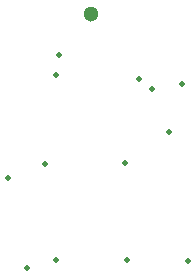
<source format=gbr>
%TF.GenerationSoftware,Altium Limited,Altium Designer,18.1.9 (240)*%
G04 Layer_Color=0*
%FSLAX45Y45*%
%MOMM*%
%TF.FileFunction,Plated,1,2,PTH,Drill*%
%TF.Part,Single*%
G01*
G75*
%TA.AperFunction,ViaDrill,NotFilled*%
%ADD45C,0.50000*%
%ADD46C,1.30000*%
D45*
X1180058Y1295063D02*
D03*
X1300000Y2010000D02*
D03*
X592500Y2042500D02*
D03*
X1712580Y465080D02*
D03*
X350000Y404687D02*
D03*
X622660Y2210000D02*
D03*
X1658760Y1970000D02*
D03*
X1407500Y1920000D02*
D03*
X1547500Y1560000D02*
D03*
X505000Y1287500D02*
D03*
X185000Y1172500D02*
D03*
X1197660Y475160D02*
D03*
X594180D02*
D03*
D46*
X887500Y2560000D02*
D03*
%TF.MD5,8eb9f4533b05b39db51872fa4ff6d914*%
M02*

</source>
